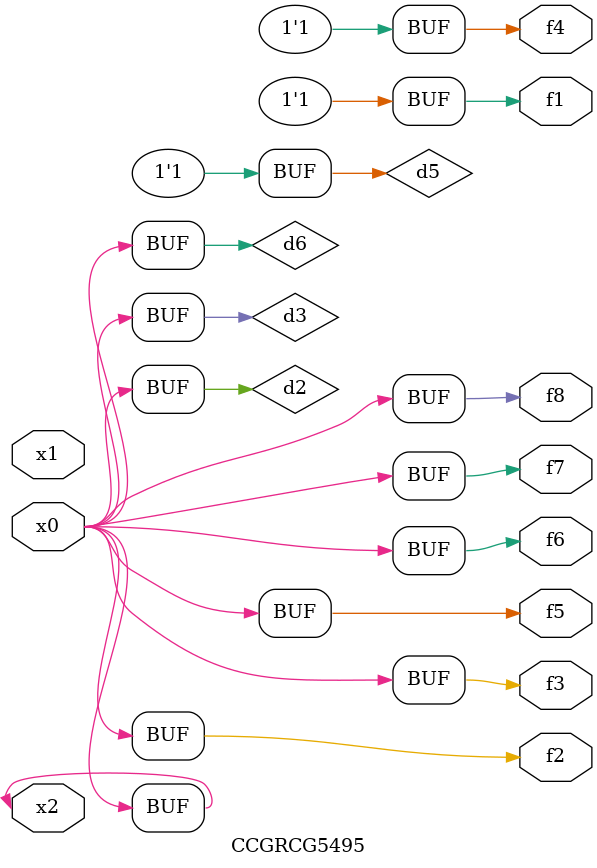
<source format=v>
module CCGRCG5495(
	input x0, x1, x2,
	output f1, f2, f3, f4, f5, f6, f7, f8
);

	wire d1, d2, d3, d4, d5, d6;

	xnor (d1, x2);
	buf (d2, x0, x2);
	and (d3, x0);
	xnor (d4, x1, x2);
	nand (d5, d1, d3);
	buf (d6, d2, d3);
	assign f1 = d5;
	assign f2 = d6;
	assign f3 = d6;
	assign f4 = d5;
	assign f5 = d6;
	assign f6 = d6;
	assign f7 = d6;
	assign f8 = d6;
endmodule

</source>
